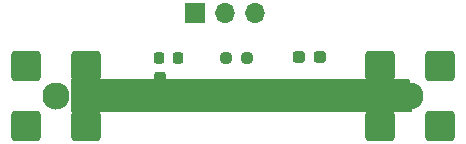
<source format=gbr>
%TF.GenerationSoftware,KiCad,Pcbnew,8.0.2*%
%TF.CreationDate,2025-01-04T01:45:44+01:00*%
%TF.ProjectId,biastee1,62696173-7465-4653-912e-6b696361645f,rev?*%
%TF.SameCoordinates,Original*%
%TF.FileFunction,Soldermask,Top*%
%TF.FilePolarity,Negative*%
%FSLAX46Y46*%
G04 Gerber Fmt 4.6, Leading zero omitted, Abs format (unit mm)*
G04 Created by KiCad (PCBNEW 8.0.2) date 2025-01-04 01:45:44*
%MOMM*%
%LPD*%
G01*
G04 APERTURE LIST*
G04 Aperture macros list*
%AMRoundRect*
0 Rectangle with rounded corners*
0 $1 Rounding radius*
0 $2 $3 $4 $5 $6 $7 $8 $9 X,Y pos of 4 corners*
0 Add a 4 corners polygon primitive as box body*
4,1,4,$2,$3,$4,$5,$6,$7,$8,$9,$2,$3,0*
0 Add four circle primitives for the rounded corners*
1,1,$1+$1,$2,$3*
1,1,$1+$1,$4,$5*
1,1,$1+$1,$6,$7*
1,1,$1+$1,$8,$9*
0 Add four rect primitives between the rounded corners*
20,1,$1+$1,$2,$3,$4,$5,0*
20,1,$1+$1,$4,$5,$6,$7,0*
20,1,$1+$1,$6,$7,$8,$9,0*
20,1,$1+$1,$8,$9,$2,$3,0*%
G04 Aperture macros list end*
%ADD10RoundRect,0.218750X0.218750X0.256250X-0.218750X0.256250X-0.218750X-0.256250X0.218750X-0.256250X0*%
%ADD11RoundRect,0.218750X-0.256250X0.218750X-0.256250X-0.218750X0.256250X-0.218750X0.256250X0.218750X0*%
%ADD12C,2.300000*%
%ADD13RoundRect,0.250000X-1.000000X1.000000X-1.000000X-1.000000X1.000000X-1.000000X1.000000X1.000000X0*%
%ADD14RoundRect,0.237500X0.250000X0.237500X-0.250000X0.237500X-0.250000X-0.237500X0.250000X-0.237500X0*%
%ADD15RoundRect,0.250000X1.000000X-1.000000X1.000000X1.000000X-1.000000X1.000000X-1.000000X-1.000000X0*%
%ADD16R,1.700000X1.700000*%
%ADD17O,1.700000X1.700000*%
%ADD18RoundRect,0.237500X0.287500X0.237500X-0.287500X0.237500X-0.287500X-0.237500X0.287500X-0.237500X0*%
%ADD19RoundRect,0.225000X0.225000X0.250000X-0.225000X0.250000X-0.225000X-0.250000X0.225000X-0.250000X0*%
G04 APERTURE END LIST*
D10*
%TO.C,L2*%
X174997500Y-102800000D03*
X173422500Y-102800000D03*
%TD*%
D11*
%TO.C,L1*%
X173430000Y-104412500D03*
X173430000Y-105987500D03*
%TD*%
D12*
%TO.C,J1_rf1*%
X194650000Y-106000000D03*
D13*
X197190000Y-103460000D03*
X192110000Y-103460000D03*
X197190000Y-108540000D03*
X192110000Y-108540000D03*
%TD*%
D14*
%TO.C,R1*%
X180862500Y-102800000D03*
X179037500Y-102800000D03*
%TD*%
D12*
%TO.C,J2_rfdc1*%
X164650000Y-106000000D03*
D15*
X162110000Y-108540000D03*
X167190000Y-108540000D03*
X162110000Y-103460000D03*
X167190000Y-103460000D03*
%TD*%
D16*
%TO.C,J1*%
X176420000Y-99000000D03*
D17*
X178960000Y-99000000D03*
X181500000Y-99000000D03*
%TD*%
D18*
%TO.C,LED*%
X187000000Y-102750000D03*
X185250000Y-102750000D03*
%TD*%
D19*
%TO.C,C1*%
X178500000Y-106000000D03*
X176950000Y-106000000D03*
%TD*%
G36*
X194484742Y-104599798D02*
G01*
X194551747Y-104619600D01*
X194597410Y-104672483D01*
X194608211Y-104714963D01*
X194790512Y-107267165D01*
X194775654Y-107335437D01*
X194726244Y-107384838D01*
X194666827Y-107400000D01*
X166074000Y-107400000D01*
X166006961Y-107380315D01*
X165961206Y-107327511D01*
X165950000Y-107276000D01*
X165950000Y-104674216D01*
X165969685Y-104607177D01*
X166022489Y-104561422D01*
X166074216Y-104550216D01*
X194484742Y-104599798D01*
G37*
M02*

</source>
